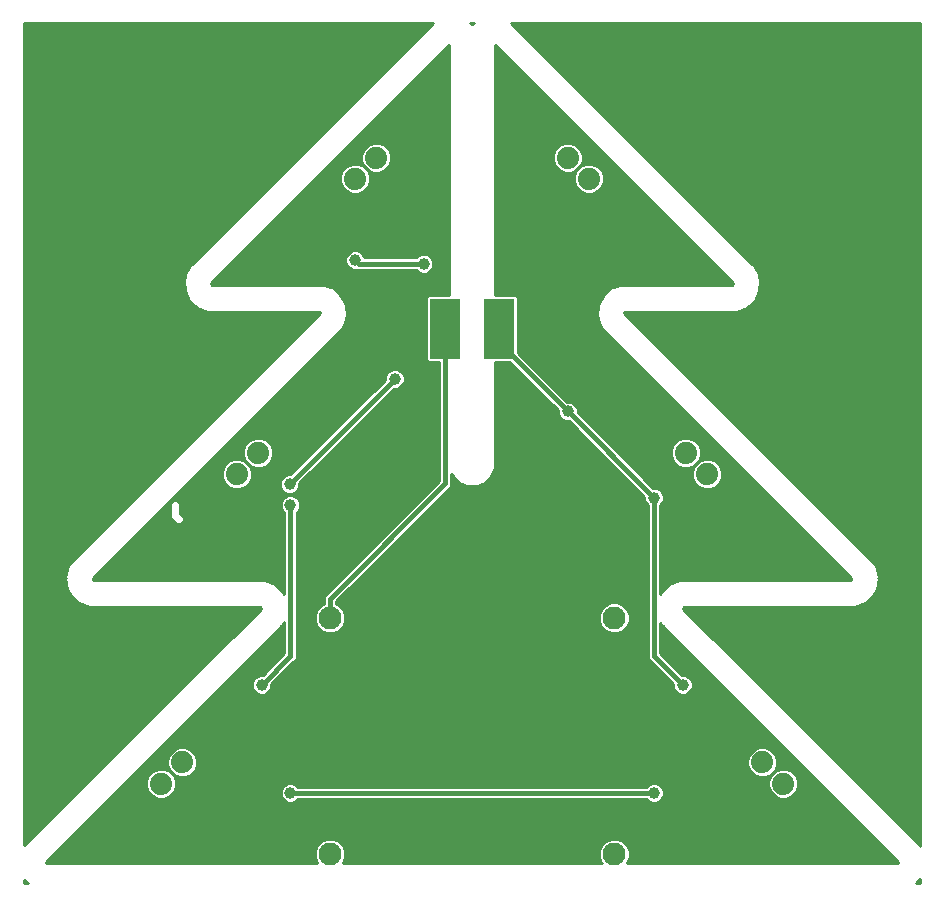
<source format=gtl>
G75*
G70*
%OFA0B0*%
%FSLAX24Y24*%
%IPPOS*%
%LPD*%
%AMOC8*
5,1,8,0,0,1.08239X$1,22.5*
%
%ADD10C,0.0740*%
%ADD11R,0.1000X0.2000*%
%ADD12C,0.0768*%
%ADD13C,0.0396*%
%ADD14C,0.0160*%
%ADD15C,0.0100*%
D10*
X004721Y005403D03*
X005428Y006110D03*
X007250Y015718D03*
X007957Y016425D03*
X011187Y025561D03*
X011894Y026268D03*
X018273Y026268D03*
X018980Y025561D03*
X022210Y016425D03*
X022917Y015718D03*
X024759Y006110D03*
X025466Y005403D03*
D11*
X015990Y020570D03*
X014190Y020570D03*
D12*
X010350Y010924D03*
X010350Y003050D03*
X019830Y003050D03*
X019830Y010924D03*
D13*
X022110Y008690D03*
X021150Y005090D03*
X021150Y014930D03*
X018273Y017807D03*
X013470Y022730D03*
X011187Y022850D03*
X012510Y018890D03*
X009001Y015381D03*
X009030Y014690D03*
X008070Y008690D03*
X009030Y005090D03*
D14*
X021150Y005090D01*
X022110Y008690D02*
X021150Y009650D01*
X021150Y014930D01*
X018273Y017807D01*
X016470Y019610D01*
X015990Y020090D01*
X015990Y020570D01*
X014190Y020570D02*
X014190Y015410D01*
X010350Y011570D01*
X010350Y010924D01*
X009030Y009650D02*
X009030Y014690D01*
X009001Y015381D02*
X012510Y018890D01*
X013470Y022730D02*
X011307Y022730D01*
X011187Y022850D01*
X009030Y009650D02*
X008070Y008690D01*
D15*
X000274Y002090D02*
X000150Y002090D01*
X000150Y002202D01*
X000274Y002090D01*
X000266Y002097D02*
X000150Y002097D01*
X000150Y002196D02*
X000158Y002196D01*
X000877Y002759D02*
X000870Y002773D01*
X000868Y002788D01*
X000871Y002798D01*
X008669Y010595D01*
X008697Y010612D01*
X008731Y010658D01*
X008772Y010699D01*
X008785Y010729D01*
X008820Y010776D01*
X008820Y009737D01*
X008101Y009018D01*
X008005Y009018D01*
X007884Y008968D01*
X007792Y008876D01*
X007742Y008755D01*
X007742Y008625D01*
X007792Y008504D01*
X007884Y008412D01*
X008005Y008362D01*
X008135Y008362D01*
X008256Y008412D01*
X008348Y008504D01*
X008398Y008625D01*
X008398Y008721D01*
X009117Y009440D01*
X009240Y009563D01*
X009240Y014436D01*
X009308Y014504D01*
X009358Y014625D01*
X009358Y014755D01*
X009308Y014876D01*
X009216Y014968D01*
X009095Y015018D01*
X008965Y015018D01*
X008844Y014968D01*
X008752Y014876D01*
X008702Y014755D01*
X008702Y014625D01*
X008752Y014504D01*
X008820Y014436D01*
X008820Y011709D01*
X008761Y011828D01*
X008501Y012064D01*
X008501Y012064D01*
X008173Y012191D01*
X002485Y012191D01*
X002477Y012192D01*
X002463Y012197D01*
X002452Y012208D01*
X002445Y012222D01*
X002443Y012237D01*
X002446Y012246D01*
X010637Y020438D01*
X010665Y020455D01*
X010700Y020501D01*
X010741Y020541D01*
X010753Y020572D01*
X010825Y020667D01*
X010920Y021005D01*
X010920Y021005D01*
X010887Y021355D01*
X010887Y021355D01*
X010729Y021670D01*
X010469Y021907D01*
X010141Y022034D01*
X006422Y022034D01*
X006414Y022034D01*
X006400Y022040D01*
X006389Y022050D01*
X006382Y022064D01*
X006380Y022079D01*
X006383Y022089D01*
X014319Y030025D01*
X014319Y021700D01*
X013636Y021700D01*
X013560Y021624D01*
X013560Y019516D01*
X013636Y019440D01*
X013980Y019440D01*
X013980Y015497D01*
X010140Y011657D01*
X010140Y011393D01*
X010059Y011360D01*
X009914Y011215D01*
X009836Y011026D01*
X009836Y010822D01*
X009914Y010633D01*
X010059Y010488D01*
X010248Y010410D01*
X010452Y010410D01*
X010641Y010488D01*
X010786Y010633D01*
X010864Y010822D01*
X010864Y011026D01*
X010786Y011215D01*
X010641Y011360D01*
X010560Y011393D01*
X010560Y011483D01*
X014277Y015200D01*
X014400Y015323D01*
X014400Y015723D01*
X014435Y015638D01*
X014650Y015423D01*
X014931Y015307D01*
X015236Y015307D01*
X015517Y015423D01*
X015732Y015638D01*
X015732Y015638D01*
X015849Y015920D01*
X015849Y019440D01*
X016343Y019440D01*
X016383Y019400D01*
X017945Y017838D01*
X017945Y017741D01*
X017995Y017621D01*
X018087Y017529D01*
X018208Y017479D01*
X018304Y017479D01*
X020822Y014961D01*
X020822Y014865D01*
X020872Y014744D01*
X020940Y014676D01*
X020940Y009563D01*
X021063Y009440D01*
X021782Y008721D01*
X021782Y008625D01*
X021832Y008504D01*
X021924Y008412D01*
X022045Y008362D01*
X022175Y008362D01*
X022296Y008412D01*
X022388Y008504D01*
X022438Y008625D01*
X022438Y008755D01*
X022388Y008876D01*
X022296Y008968D01*
X022175Y009018D01*
X022079Y009018D01*
X021360Y009737D01*
X021360Y010759D01*
X021382Y010729D01*
X021395Y010699D01*
X021436Y010658D01*
X021470Y010612D01*
X021498Y010595D01*
X029296Y002798D01*
X029299Y002788D01*
X029297Y002773D01*
X029290Y002759D01*
X029279Y002748D01*
X029265Y002743D01*
X029257Y002742D01*
X020249Y002742D01*
X020266Y002759D01*
X020344Y002948D01*
X020344Y003152D01*
X020266Y003341D01*
X020121Y003486D01*
X019932Y003564D01*
X019728Y003564D01*
X019539Y003486D01*
X019394Y003341D01*
X019316Y003152D01*
X019316Y002948D01*
X019394Y002759D01*
X019411Y002742D01*
X010769Y002742D01*
X010786Y002759D01*
X010864Y002948D01*
X010864Y003152D01*
X010786Y003341D01*
X010641Y003486D01*
X010452Y003564D01*
X010248Y003564D01*
X010059Y003486D01*
X009914Y003341D01*
X009836Y003152D01*
X009836Y002948D01*
X009914Y002759D01*
X009931Y002742D01*
X000910Y002742D01*
X000903Y002743D01*
X000888Y002748D01*
X000888Y002748D01*
X000877Y002759D01*
X000869Y002787D02*
X009903Y002787D01*
X009862Y002885D02*
X000958Y002885D01*
X001057Y002984D02*
X009836Y002984D01*
X009836Y003082D02*
X001155Y003082D01*
X001254Y003181D02*
X009848Y003181D01*
X009889Y003279D02*
X001352Y003279D01*
X001451Y003378D02*
X009951Y003378D01*
X010049Y003476D02*
X001549Y003476D01*
X001648Y003575D02*
X028519Y003575D01*
X028421Y003673D02*
X001746Y003673D01*
X001845Y003772D02*
X028322Y003772D01*
X028224Y003870D02*
X001943Y003870D01*
X002042Y003969D02*
X028125Y003969D01*
X028027Y004067D02*
X002140Y004067D01*
X002239Y004166D02*
X027928Y004166D01*
X027830Y004264D02*
X002337Y004264D01*
X002436Y004363D02*
X027731Y004363D01*
X027633Y004461D02*
X002534Y004461D01*
X002633Y004560D02*
X027534Y004560D01*
X027436Y004658D02*
X002731Y004658D01*
X002830Y004757D02*
X027337Y004757D01*
X027239Y004855D02*
X021379Y004855D01*
X021336Y004812D02*
X021428Y004904D01*
X021478Y005025D01*
X021478Y005155D01*
X021428Y005276D01*
X021336Y005368D01*
X021215Y005418D01*
X021085Y005418D01*
X020964Y005368D01*
X020896Y005300D01*
X009284Y005300D01*
X009216Y005368D01*
X009095Y005418D01*
X008965Y005418D01*
X008844Y005368D01*
X008752Y005276D01*
X008702Y005155D01*
X008702Y005025D01*
X008752Y004904D01*
X008844Y004812D01*
X008965Y004762D01*
X009095Y004762D01*
X009216Y004812D01*
X009284Y004880D01*
X020896Y004880D01*
X020964Y004812D01*
X021085Y004762D01*
X021215Y004762D01*
X021336Y004812D01*
X021449Y004954D02*
X025245Y004954D01*
X025183Y004979D02*
X025366Y004903D01*
X025565Y004903D01*
X025749Y004979D01*
X025890Y005120D01*
X025966Y005304D01*
X025966Y005503D01*
X025890Y005686D01*
X025749Y005827D01*
X025565Y005903D01*
X025366Y005903D01*
X025183Y005827D01*
X025042Y005686D01*
X024966Y005503D01*
X024966Y005304D01*
X025042Y005120D01*
X025183Y004979D01*
X025110Y005052D02*
X021478Y005052D01*
X021478Y005151D02*
X025029Y005151D01*
X024989Y005249D02*
X021439Y005249D01*
X021357Y005348D02*
X024966Y005348D01*
X024966Y005446D02*
X005221Y005446D01*
X005221Y005503D02*
X005145Y005686D01*
X005004Y005827D01*
X004821Y005903D01*
X004622Y005903D01*
X004438Y005827D01*
X004297Y005686D01*
X004221Y005503D01*
X004221Y005304D01*
X004297Y005120D01*
X004438Y004979D01*
X004622Y004903D01*
X004821Y004903D01*
X005004Y004979D01*
X005145Y005120D01*
X005221Y005304D01*
X005221Y005503D01*
X005204Y005545D02*
X024983Y005545D01*
X025024Y005643D02*
X024937Y005643D01*
X024858Y005610D02*
X025042Y005686D01*
X025183Y005827D01*
X025259Y006011D01*
X025259Y006210D01*
X025183Y006394D01*
X025042Y006534D01*
X024858Y006610D01*
X024659Y006610D01*
X024476Y006534D01*
X024335Y006394D01*
X024259Y006210D01*
X024259Y006011D01*
X024335Y005827D01*
X024476Y005686D01*
X024659Y005610D01*
X024858Y005610D01*
X025097Y005742D02*
X025097Y005742D01*
X025188Y005840D02*
X025214Y005840D01*
X025229Y005939D02*
X026155Y005939D01*
X026057Y006037D02*
X025259Y006037D01*
X025259Y006136D02*
X025958Y006136D01*
X025860Y006234D02*
X025249Y006234D01*
X025208Y006333D02*
X025761Y006333D01*
X025663Y006431D02*
X025145Y006431D01*
X025047Y006530D02*
X025564Y006530D01*
X025466Y006628D02*
X004701Y006628D01*
X004603Y006530D02*
X005140Y006530D01*
X005145Y006534D02*
X005004Y006394D01*
X004928Y006210D01*
X004928Y006011D01*
X005004Y005827D01*
X005145Y005686D01*
X005329Y005610D01*
X005528Y005610D01*
X005712Y005686D01*
X005852Y005827D01*
X005928Y006011D01*
X005928Y006210D01*
X005852Y006394D01*
X005712Y006534D01*
X005528Y006610D01*
X005329Y006610D01*
X005145Y006534D01*
X005042Y006431D02*
X004504Y006431D01*
X004406Y006333D02*
X004979Y006333D01*
X004938Y006234D02*
X004307Y006234D01*
X004209Y006136D02*
X004928Y006136D01*
X004928Y006037D02*
X004110Y006037D01*
X004012Y005939D02*
X004958Y005939D01*
X004973Y005840D02*
X004999Y005840D01*
X005090Y005742D02*
X005090Y005742D01*
X005163Y005643D02*
X005250Y005643D01*
X005221Y005348D02*
X008823Y005348D01*
X008741Y005249D02*
X005199Y005249D01*
X005158Y005151D02*
X008702Y005151D01*
X008702Y005052D02*
X005077Y005052D01*
X004942Y004954D02*
X008731Y004954D01*
X008801Y004855D02*
X002928Y004855D01*
X003027Y004954D02*
X004500Y004954D01*
X004365Y005052D02*
X003125Y005052D01*
X003224Y005151D02*
X004285Y005151D01*
X004244Y005249D02*
X003322Y005249D01*
X003421Y005348D02*
X004221Y005348D01*
X004221Y005446D02*
X003519Y005446D01*
X003618Y005545D02*
X004239Y005545D01*
X004279Y005643D02*
X003716Y005643D01*
X003815Y005742D02*
X004352Y005742D01*
X004469Y005840D02*
X003913Y005840D01*
X003232Y006431D02*
X000150Y006431D01*
X000150Y006333D02*
X003133Y006333D01*
X003035Y006234D02*
X000150Y006234D01*
X000150Y006136D02*
X002936Y006136D01*
X002838Y006037D02*
X000150Y006037D01*
X000150Y005939D02*
X002739Y005939D01*
X002641Y005840D02*
X000150Y005840D01*
X000150Y005742D02*
X002542Y005742D01*
X002444Y005643D02*
X000150Y005643D01*
X000150Y005545D02*
X002345Y005545D01*
X002247Y005446D02*
X000150Y005446D01*
X000150Y005348D02*
X002148Y005348D01*
X002050Y005249D02*
X000150Y005249D01*
X000150Y005151D02*
X001951Y005151D01*
X001853Y005052D02*
X000150Y005052D01*
X000150Y004954D02*
X001754Y004954D01*
X001656Y004855D02*
X000150Y004855D01*
X000150Y004757D02*
X001557Y004757D01*
X001459Y004658D02*
X000150Y004658D01*
X000150Y004560D02*
X001360Y004560D01*
X001262Y004461D02*
X000150Y004461D01*
X000150Y004363D02*
X001163Y004363D01*
X001065Y004264D02*
X000150Y004264D01*
X000150Y004166D02*
X000966Y004166D01*
X000868Y004067D02*
X000150Y004067D01*
X000150Y003969D02*
X000769Y003969D01*
X000671Y003870D02*
X000150Y003870D01*
X000150Y003772D02*
X000572Y003772D01*
X000474Y003673D02*
X000150Y003673D01*
X000150Y003575D02*
X000375Y003575D01*
X000277Y003476D02*
X000150Y003476D01*
X000210Y003421D02*
X000176Y003375D01*
X000150Y003349D01*
X000150Y030770D01*
X013791Y030770D01*
X005750Y022729D01*
X005722Y022713D01*
X005688Y022667D01*
X005647Y022626D01*
X005634Y022596D01*
X005563Y022500D01*
X005468Y022162D01*
X005468Y022162D01*
X005501Y021812D01*
X005501Y021812D01*
X005658Y021497D01*
X005918Y021260D01*
X005918Y021260D01*
X006246Y021134D01*
X009965Y021134D01*
X009973Y021133D01*
X009988Y021127D01*
X009999Y021117D01*
X010006Y021103D01*
X010007Y021088D01*
X010005Y021078D01*
X001813Y012887D01*
X001785Y012870D01*
X001751Y012824D01*
X001710Y012783D01*
X001697Y012753D01*
X001626Y012658D01*
X001626Y012658D01*
X001531Y012319D01*
X001564Y011969D01*
X001721Y011655D01*
X001721Y011655D01*
X001981Y011418D01*
X001981Y011418D01*
X002309Y011291D01*
X007997Y011291D01*
X008005Y011290D01*
X008019Y011285D01*
X008031Y011274D01*
X008037Y011261D01*
X008039Y011245D01*
X008036Y011236D01*
X000239Y003438D01*
X000210Y003421D01*
X000178Y003378D02*
X000150Y003378D01*
X000150Y006530D02*
X003330Y006530D01*
X003429Y006628D02*
X000150Y006628D01*
X000150Y006727D02*
X003527Y006727D01*
X003626Y006825D02*
X000150Y006825D01*
X000150Y006924D02*
X003724Y006924D01*
X003823Y007022D02*
X000150Y007022D01*
X000150Y007121D02*
X003921Y007121D01*
X004020Y007219D02*
X000150Y007219D01*
X000150Y007318D02*
X004118Y007318D01*
X004217Y007416D02*
X000150Y007416D01*
X000150Y007515D02*
X004315Y007515D01*
X004414Y007613D02*
X000150Y007613D01*
X000150Y007712D02*
X004512Y007712D01*
X004611Y007810D02*
X000150Y007810D01*
X000150Y007909D02*
X004709Y007909D01*
X004808Y008007D02*
X000150Y008007D01*
X000150Y008106D02*
X004906Y008106D01*
X005005Y008204D02*
X000150Y008204D01*
X000150Y008303D02*
X005103Y008303D01*
X005202Y008401D02*
X000150Y008401D01*
X000150Y008500D02*
X005300Y008500D01*
X005399Y008598D02*
X000150Y008598D01*
X000150Y008697D02*
X005497Y008697D01*
X005596Y008795D02*
X000150Y008795D01*
X000150Y008894D02*
X005694Y008894D01*
X005793Y008992D02*
X000150Y008992D01*
X000150Y009091D02*
X005891Y009091D01*
X005990Y009189D02*
X000150Y009189D01*
X000150Y009288D02*
X006088Y009288D01*
X006187Y009386D02*
X000150Y009386D01*
X000150Y009485D02*
X006285Y009485D01*
X006384Y009583D02*
X000150Y009583D01*
X000150Y009682D02*
X006482Y009682D01*
X006581Y009780D02*
X000150Y009780D01*
X000150Y009879D02*
X006679Y009879D01*
X006778Y009977D02*
X000150Y009977D01*
X000150Y010076D02*
X006876Y010076D01*
X006975Y010174D02*
X000150Y010174D01*
X000150Y010273D02*
X007073Y010273D01*
X007172Y010371D02*
X000150Y010371D01*
X000150Y010470D02*
X007270Y010470D01*
X007369Y010568D02*
X000150Y010568D01*
X000150Y010667D02*
X007467Y010667D01*
X007566Y010765D02*
X000150Y010765D01*
X000150Y010864D02*
X007664Y010864D01*
X007763Y010962D02*
X000150Y010962D01*
X000150Y011061D02*
X007861Y011061D01*
X007960Y011159D02*
X000150Y011159D01*
X000150Y011258D02*
X008038Y011258D01*
X008630Y011947D02*
X008820Y011947D01*
X008820Y011849D02*
X008738Y011849D01*
X008761Y011828D02*
X008761Y011828D01*
X008800Y011750D02*
X008820Y011750D01*
X008820Y012046D02*
X008521Y012046D01*
X008294Y012144D02*
X008820Y012144D01*
X008820Y012243D02*
X002445Y012243D01*
X002540Y012341D02*
X008820Y012341D01*
X008820Y012440D02*
X002639Y012440D01*
X002737Y012538D02*
X008820Y012538D01*
X008820Y012637D02*
X002836Y012637D01*
X002934Y012735D02*
X008820Y012735D01*
X008820Y012834D02*
X003033Y012834D01*
X003131Y012932D02*
X008820Y012932D01*
X008820Y013031D02*
X003230Y013031D01*
X003328Y013129D02*
X008820Y013129D01*
X008820Y013228D02*
X003427Y013228D01*
X003525Y013326D02*
X008820Y013326D01*
X008820Y013425D02*
X003624Y013425D01*
X003722Y013523D02*
X008820Y013523D01*
X008820Y013622D02*
X003821Y013622D01*
X003919Y013720D02*
X008820Y013720D01*
X008820Y013819D02*
X004018Y013819D01*
X004116Y013917D02*
X008820Y013917D01*
X008820Y014016D02*
X004215Y014016D01*
X004313Y014114D02*
X005180Y014114D01*
X005244Y014050D02*
X005376Y014050D01*
X005470Y014144D01*
X005470Y014276D01*
X005350Y014396D01*
X005350Y014756D01*
X005256Y014850D01*
X005124Y014850D01*
X005030Y014756D01*
X005030Y014264D01*
X005244Y014050D01*
X005440Y014114D02*
X008820Y014114D01*
X008820Y014213D02*
X005470Y014213D01*
X005435Y014311D02*
X008820Y014311D01*
X008820Y014410D02*
X005350Y014410D01*
X005350Y014508D02*
X008750Y014508D01*
X008709Y014607D02*
X005350Y014607D01*
X005350Y014705D02*
X008702Y014705D01*
X008722Y014804D02*
X005303Y014804D01*
X005200Y015001D02*
X008922Y015001D01*
X008936Y015053D02*
X009066Y015053D01*
X009187Y015103D01*
X009279Y015195D01*
X009329Y015316D01*
X009329Y015412D01*
X012479Y018562D01*
X012575Y018562D01*
X012696Y018612D01*
X012788Y018704D01*
X012838Y018825D01*
X012838Y018955D01*
X012788Y019076D01*
X012696Y019168D01*
X012575Y019218D01*
X012445Y019218D01*
X012324Y019168D01*
X012232Y019076D01*
X012182Y018955D01*
X012182Y018859D01*
X009032Y015709D01*
X008936Y015709D01*
X008815Y015659D01*
X008723Y015567D01*
X008673Y015446D01*
X008673Y015316D01*
X008723Y015195D01*
X008815Y015103D01*
X008936Y015053D01*
X008824Y015099D02*
X005298Y015099D01*
X005397Y015198D02*
X008722Y015198D01*
X008681Y015296D02*
X007535Y015296D01*
X007533Y015294D02*
X007674Y015435D01*
X007750Y015619D01*
X007750Y015818D01*
X007674Y016001D01*
X007857Y015925D01*
X008056Y015925D01*
X008240Y016001D01*
X008381Y016142D01*
X008457Y016326D01*
X008457Y016525D01*
X008381Y016709D01*
X008240Y016849D01*
X008056Y016925D01*
X007857Y016925D01*
X007674Y016849D01*
X007533Y016709D01*
X007457Y016525D01*
X007457Y016326D01*
X007533Y016142D01*
X007674Y016001D01*
X007533Y016142D01*
X007349Y016218D01*
X007150Y016218D01*
X006966Y016142D01*
X006826Y016001D01*
X006750Y015818D01*
X006750Y015619D01*
X006826Y015435D01*
X006966Y015294D01*
X007150Y015218D01*
X007349Y015218D01*
X007533Y015294D01*
X007633Y015395D02*
X008673Y015395D01*
X008692Y015493D02*
X007698Y015493D01*
X007738Y015592D02*
X008748Y015592D01*
X008890Y015690D02*
X007750Y015690D01*
X007750Y015789D02*
X009112Y015789D01*
X009210Y015887D02*
X007721Y015887D01*
X007712Y015986D02*
X007680Y015986D01*
X007591Y016084D02*
X007591Y016084D01*
X007516Y016183D02*
X007435Y016183D01*
X007475Y016281D02*
X006480Y016281D01*
X006382Y016183D02*
X007064Y016183D01*
X006908Y016084D02*
X006283Y016084D01*
X006185Y015986D02*
X006819Y015986D01*
X006778Y015887D02*
X006086Y015887D01*
X005988Y015789D02*
X006750Y015789D01*
X006750Y015690D02*
X005889Y015690D01*
X005791Y015592D02*
X006761Y015592D01*
X006802Y015493D02*
X005692Y015493D01*
X005594Y015395D02*
X006866Y015395D01*
X006965Y015296D02*
X005495Y015296D01*
X005101Y014902D02*
X008778Y014902D01*
X009138Y015001D02*
X013484Y015001D01*
X013582Y015099D02*
X009178Y015099D01*
X009280Y015198D02*
X013681Y015198D01*
X013779Y015296D02*
X009321Y015296D01*
X009329Y015395D02*
X013878Y015395D01*
X013976Y015493D02*
X009410Y015493D01*
X009509Y015592D02*
X013980Y015592D01*
X013980Y015690D02*
X009607Y015690D01*
X009706Y015789D02*
X013980Y015789D01*
X013980Y015887D02*
X009804Y015887D01*
X009903Y015986D02*
X013980Y015986D01*
X013980Y016084D02*
X010001Y016084D01*
X010100Y016183D02*
X013980Y016183D01*
X013980Y016281D02*
X010198Y016281D01*
X010297Y016380D02*
X013980Y016380D01*
X013980Y016478D02*
X010395Y016478D01*
X010494Y016577D02*
X013980Y016577D01*
X013980Y016675D02*
X010592Y016675D01*
X010691Y016774D02*
X013980Y016774D01*
X013980Y016872D02*
X010789Y016872D01*
X010888Y016971D02*
X013980Y016971D01*
X013980Y017069D02*
X010986Y017069D01*
X011085Y017168D02*
X013980Y017168D01*
X013980Y017266D02*
X011183Y017266D01*
X011282Y017365D02*
X013980Y017365D01*
X013980Y017463D02*
X011380Y017463D01*
X011479Y017562D02*
X013980Y017562D01*
X013980Y017660D02*
X011577Y017660D01*
X011676Y017759D02*
X013980Y017759D01*
X013980Y017857D02*
X011774Y017857D01*
X011873Y017956D02*
X013980Y017956D01*
X013980Y018054D02*
X011971Y018054D01*
X012070Y018153D02*
X013980Y018153D01*
X013980Y018251D02*
X012168Y018251D01*
X012267Y018350D02*
X013980Y018350D01*
X013980Y018448D02*
X012365Y018448D01*
X012464Y018547D02*
X013980Y018547D01*
X013980Y018645D02*
X012729Y018645D01*
X012804Y018744D02*
X013980Y018744D01*
X013980Y018842D02*
X012838Y018842D01*
X012838Y018941D02*
X013980Y018941D01*
X013980Y019039D02*
X012803Y019039D01*
X012726Y019138D02*
X013980Y019138D01*
X013980Y019236D02*
X009435Y019236D01*
X009337Y019138D02*
X012294Y019138D01*
X012217Y019039D02*
X009238Y019039D01*
X009140Y018941D02*
X012182Y018941D01*
X012165Y018842D02*
X009041Y018842D01*
X008943Y018744D02*
X012067Y018744D01*
X011968Y018645D02*
X008844Y018645D01*
X008746Y018547D02*
X011870Y018547D01*
X011771Y018448D02*
X008647Y018448D01*
X008549Y018350D02*
X011673Y018350D01*
X011574Y018251D02*
X008450Y018251D01*
X008352Y018153D02*
X011476Y018153D01*
X011377Y018054D02*
X008253Y018054D01*
X008155Y017956D02*
X011279Y017956D01*
X011180Y017857D02*
X008056Y017857D01*
X007958Y017759D02*
X011082Y017759D01*
X010983Y017660D02*
X007859Y017660D01*
X007761Y017562D02*
X010885Y017562D01*
X010786Y017463D02*
X007662Y017463D01*
X007564Y017365D02*
X010688Y017365D01*
X010589Y017266D02*
X007465Y017266D01*
X007367Y017168D02*
X010491Y017168D01*
X010392Y017069D02*
X007268Y017069D01*
X007170Y016971D02*
X010294Y016971D01*
X010195Y016872D02*
X008185Y016872D01*
X008316Y016774D02*
X010097Y016774D01*
X009998Y016675D02*
X008395Y016675D01*
X008435Y016577D02*
X009900Y016577D01*
X009801Y016478D02*
X008457Y016478D01*
X008457Y016380D02*
X009703Y016380D01*
X009604Y016281D02*
X008438Y016281D01*
X008397Y016183D02*
X009506Y016183D01*
X009407Y016084D02*
X008323Y016084D01*
X008202Y015986D02*
X009309Y015986D01*
X009282Y014902D02*
X013385Y014902D01*
X013287Y014804D02*
X009338Y014804D01*
X009358Y014705D02*
X013188Y014705D01*
X013090Y014607D02*
X009351Y014607D01*
X009310Y014508D02*
X012991Y014508D01*
X012893Y014410D02*
X009240Y014410D01*
X009240Y014311D02*
X012794Y014311D01*
X012696Y014213D02*
X009240Y014213D01*
X009240Y014114D02*
X012597Y014114D01*
X012499Y014016D02*
X009240Y014016D01*
X009240Y013917D02*
X012400Y013917D01*
X012302Y013819D02*
X009240Y013819D01*
X009240Y013720D02*
X012203Y013720D01*
X012105Y013622D02*
X009240Y013622D01*
X009240Y013523D02*
X012006Y013523D01*
X011908Y013425D02*
X009240Y013425D01*
X009240Y013326D02*
X011809Y013326D01*
X011711Y013228D02*
X009240Y013228D01*
X009240Y013129D02*
X011612Y013129D01*
X011514Y013031D02*
X009240Y013031D01*
X009240Y012932D02*
X011415Y012932D01*
X011317Y012834D02*
X009240Y012834D01*
X009240Y012735D02*
X011218Y012735D01*
X011120Y012637D02*
X009240Y012637D01*
X009240Y012538D02*
X011021Y012538D01*
X010923Y012440D02*
X009240Y012440D01*
X009240Y012341D02*
X010824Y012341D01*
X010726Y012243D02*
X009240Y012243D01*
X009240Y012144D02*
X010627Y012144D01*
X010529Y012046D02*
X009240Y012046D01*
X009240Y011947D02*
X010430Y011947D01*
X010332Y011849D02*
X009240Y011849D01*
X009240Y011750D02*
X010233Y011750D01*
X010140Y011652D02*
X009240Y011652D01*
X009240Y011553D02*
X010140Y011553D01*
X010140Y011455D02*
X009240Y011455D01*
X009240Y011356D02*
X010055Y011356D01*
X009957Y011258D02*
X009240Y011258D01*
X009240Y011159D02*
X009891Y011159D01*
X009850Y011061D02*
X009240Y011061D01*
X009240Y010962D02*
X009836Y010962D01*
X009836Y010864D02*
X009240Y010864D01*
X009240Y010765D02*
X009860Y010765D01*
X009900Y010667D02*
X009240Y010667D01*
X009240Y010568D02*
X009979Y010568D01*
X010104Y010470D02*
X009240Y010470D01*
X009240Y010371D02*
X020940Y010371D01*
X020940Y010273D02*
X009240Y010273D01*
X009240Y010174D02*
X020940Y010174D01*
X020940Y010076D02*
X009240Y010076D01*
X009240Y009977D02*
X020940Y009977D01*
X020940Y009879D02*
X009240Y009879D01*
X009240Y009780D02*
X020940Y009780D01*
X020940Y009682D02*
X009240Y009682D01*
X009240Y009583D02*
X020940Y009583D01*
X021018Y009485D02*
X009162Y009485D01*
X009063Y009386D02*
X021117Y009386D01*
X021215Y009288D02*
X008965Y009288D01*
X008866Y009189D02*
X021314Y009189D01*
X021412Y009091D02*
X008768Y009091D01*
X008669Y008992D02*
X021511Y008992D01*
X021609Y008894D02*
X008571Y008894D01*
X008472Y008795D02*
X021708Y008795D01*
X021782Y008697D02*
X008398Y008697D01*
X008387Y008598D02*
X021793Y008598D01*
X021836Y008500D02*
X008344Y008500D01*
X008230Y008401D02*
X021950Y008401D01*
X022270Y008401D02*
X023693Y008401D01*
X023791Y008303D02*
X006376Y008303D01*
X006474Y008401D02*
X007910Y008401D01*
X007796Y008500D02*
X006573Y008500D01*
X006671Y008598D02*
X007753Y008598D01*
X007742Y008697D02*
X006770Y008697D01*
X006868Y008795D02*
X007758Y008795D01*
X007810Y008894D02*
X006967Y008894D01*
X007065Y008992D02*
X007942Y008992D01*
X008174Y009091D02*
X007164Y009091D01*
X007262Y009189D02*
X008272Y009189D01*
X008371Y009288D02*
X007361Y009288D01*
X007459Y009386D02*
X008469Y009386D01*
X008568Y009485D02*
X007558Y009485D01*
X007656Y009583D02*
X008666Y009583D01*
X008765Y009682D02*
X007755Y009682D01*
X007853Y009780D02*
X008820Y009780D01*
X008820Y009879D02*
X007952Y009879D01*
X008050Y009977D02*
X008820Y009977D01*
X008820Y010076D02*
X008149Y010076D01*
X008247Y010174D02*
X008820Y010174D01*
X008820Y010273D02*
X008346Y010273D01*
X008444Y010371D02*
X008820Y010371D01*
X008820Y010470D02*
X008543Y010470D01*
X008641Y010568D02*
X008820Y010568D01*
X008820Y010667D02*
X008740Y010667D01*
X008812Y010765D02*
X008820Y010765D01*
X010560Y011455D02*
X020940Y011455D01*
X020940Y011553D02*
X010630Y011553D01*
X010729Y011652D02*
X020940Y011652D01*
X020940Y011750D02*
X010827Y011750D01*
X010926Y011849D02*
X020940Y011849D01*
X020940Y011947D02*
X011024Y011947D01*
X011123Y012046D02*
X020940Y012046D01*
X020940Y012144D02*
X011221Y012144D01*
X011320Y012243D02*
X020940Y012243D01*
X020940Y012341D02*
X011418Y012341D01*
X011517Y012440D02*
X020940Y012440D01*
X020940Y012538D02*
X011615Y012538D01*
X011714Y012637D02*
X020940Y012637D01*
X020940Y012735D02*
X011812Y012735D01*
X011911Y012834D02*
X020940Y012834D01*
X020940Y012932D02*
X012009Y012932D01*
X012108Y013031D02*
X020940Y013031D01*
X020940Y013129D02*
X012206Y013129D01*
X012305Y013228D02*
X020940Y013228D01*
X020940Y013326D02*
X012403Y013326D01*
X012502Y013425D02*
X020940Y013425D01*
X020940Y013523D02*
X012600Y013523D01*
X012699Y013622D02*
X020940Y013622D01*
X020940Y013720D02*
X012797Y013720D01*
X012896Y013819D02*
X020940Y013819D01*
X020940Y013917D02*
X012994Y013917D01*
X013093Y014016D02*
X020940Y014016D01*
X020940Y014114D02*
X013191Y014114D01*
X013290Y014213D02*
X020940Y014213D01*
X020940Y014311D02*
X013388Y014311D01*
X013487Y014410D02*
X020940Y014410D01*
X020940Y014508D02*
X013585Y014508D01*
X013684Y014607D02*
X020940Y014607D01*
X020911Y014705D02*
X013782Y014705D01*
X013881Y014804D02*
X020847Y014804D01*
X020822Y014902D02*
X013979Y014902D01*
X014078Y015001D02*
X020782Y015001D01*
X020684Y015099D02*
X014176Y015099D01*
X014275Y015198D02*
X020585Y015198D01*
X020487Y015296D02*
X014373Y015296D01*
X014400Y015395D02*
X014719Y015395D01*
X014650Y015423D02*
X014650Y015423D01*
X014580Y015493D02*
X014400Y015493D01*
X014400Y015592D02*
X014482Y015592D01*
X014435Y015638D02*
X014435Y015638D01*
X014414Y015690D02*
X014400Y015690D01*
X015448Y015395D02*
X020388Y015395D01*
X020290Y015493D02*
X015587Y015493D01*
X015517Y015423D02*
X015517Y015423D01*
X015685Y015592D02*
X020191Y015592D01*
X020093Y015690D02*
X015753Y015690D01*
X015794Y015789D02*
X019994Y015789D01*
X019896Y015887D02*
X015835Y015887D01*
X015849Y015986D02*
X019797Y015986D01*
X019699Y016084D02*
X015849Y016084D01*
X015849Y016183D02*
X019600Y016183D01*
X019502Y016281D02*
X015849Y016281D01*
X015849Y016380D02*
X019403Y016380D01*
X019305Y016478D02*
X015849Y016478D01*
X015849Y016577D02*
X019206Y016577D01*
X019108Y016675D02*
X015849Y016675D01*
X015849Y016774D02*
X019009Y016774D01*
X018911Y016872D02*
X015849Y016872D01*
X015849Y016971D02*
X018812Y016971D01*
X018714Y017069D02*
X015849Y017069D01*
X015849Y017168D02*
X018615Y017168D01*
X018517Y017266D02*
X015849Y017266D01*
X015849Y017365D02*
X018418Y017365D01*
X018320Y017463D02*
X015849Y017463D01*
X015849Y017562D02*
X018054Y017562D01*
X017979Y017660D02*
X015849Y017660D01*
X015849Y017759D02*
X017945Y017759D01*
X017926Y017857D02*
X015849Y017857D01*
X015849Y017956D02*
X017827Y017956D01*
X017729Y018054D02*
X015849Y018054D01*
X015849Y018153D02*
X017630Y018153D01*
X017532Y018251D02*
X015849Y018251D01*
X015849Y018350D02*
X017433Y018350D01*
X017335Y018448D02*
X015849Y018448D01*
X015849Y018547D02*
X017236Y018547D01*
X017138Y018645D02*
X015849Y018645D01*
X015849Y018744D02*
X017039Y018744D01*
X016941Y018842D02*
X015849Y018842D01*
X015849Y018941D02*
X016842Y018941D01*
X016744Y019039D02*
X015849Y019039D01*
X015849Y019138D02*
X016645Y019138D01*
X016547Y019236D02*
X015849Y019236D01*
X015849Y019335D02*
X016448Y019335D01*
X016350Y019433D02*
X015849Y019433D01*
X016620Y019757D02*
X016620Y021624D01*
X016544Y021700D01*
X015849Y021700D01*
X015849Y030025D01*
X023784Y022089D01*
X023787Y022079D01*
X023785Y022064D01*
X023779Y022050D01*
X023767Y022040D01*
X023753Y022034D01*
X023745Y022034D01*
X020026Y022034D01*
X019698Y021907D01*
X019438Y021670D01*
X019280Y021355D01*
X019247Y021005D01*
X019342Y020667D01*
X019342Y020667D01*
X019414Y020572D01*
X019426Y020541D01*
X019467Y020501D01*
X019502Y020455D01*
X019530Y020438D01*
X027721Y012246D01*
X027724Y012237D01*
X027722Y012222D01*
X027716Y012208D01*
X027704Y012197D01*
X027690Y012192D01*
X027682Y012191D01*
X021994Y012191D01*
X021666Y012064D01*
X021406Y011828D01*
X021406Y011828D01*
X021360Y011735D01*
X021360Y014676D01*
X021428Y014744D01*
X021478Y014865D01*
X021478Y014995D01*
X021428Y015116D01*
X021336Y015208D01*
X021215Y015258D01*
X021119Y015258D01*
X018601Y017776D01*
X018601Y017872D01*
X018551Y017993D01*
X018459Y018085D01*
X018339Y018135D01*
X018242Y018135D01*
X016680Y019697D01*
X016620Y019757D01*
X016648Y019729D02*
X020239Y019729D01*
X020141Y019827D02*
X016620Y019827D01*
X016620Y019926D02*
X020042Y019926D01*
X019944Y020024D02*
X016620Y020024D01*
X016620Y020123D02*
X019845Y020123D01*
X019747Y020221D02*
X016620Y020221D01*
X016620Y020320D02*
X019648Y020320D01*
X019550Y020418D02*
X016620Y020418D01*
X016620Y020517D02*
X019451Y020517D01*
X019381Y020615D02*
X016620Y020615D01*
X016620Y020714D02*
X019329Y020714D01*
X019302Y020812D02*
X016620Y020812D01*
X016620Y020911D02*
X019274Y020911D01*
X019247Y021005D02*
X019247Y021005D01*
X019247Y021009D02*
X016620Y021009D01*
X016620Y021108D02*
X019257Y021108D01*
X019266Y021206D02*
X016620Y021206D01*
X016620Y021305D02*
X019276Y021305D01*
X019280Y021355D02*
X019280Y021355D01*
X019304Y021403D02*
X016620Y021403D01*
X016620Y021502D02*
X019353Y021502D01*
X019403Y021600D02*
X016620Y021600D01*
X016545Y021699D02*
X019469Y021699D01*
X019438Y021670D02*
X019438Y021670D01*
X019577Y021797D02*
X015849Y021797D01*
X015849Y021896D02*
X019686Y021896D01*
X019698Y021907D02*
X019698Y021907D01*
X019924Y021994D02*
X015849Y021994D01*
X015849Y022093D02*
X023781Y022093D01*
X023682Y022191D02*
X015849Y022191D01*
X015849Y022290D02*
X023584Y022290D01*
X023485Y022388D02*
X015849Y022388D01*
X015849Y022487D02*
X023387Y022487D01*
X023288Y022585D02*
X015849Y022585D01*
X015849Y022684D02*
X023190Y022684D01*
X023091Y022782D02*
X015849Y022782D01*
X015849Y022881D02*
X022993Y022881D01*
X022894Y022979D02*
X015849Y022979D01*
X015849Y023078D02*
X022796Y023078D01*
X022697Y023176D02*
X015849Y023176D01*
X015849Y023275D02*
X022599Y023275D01*
X022500Y023373D02*
X015849Y023373D01*
X015849Y023472D02*
X022402Y023472D01*
X022303Y023570D02*
X015849Y023570D01*
X015849Y023669D02*
X022205Y023669D01*
X022106Y023767D02*
X015849Y023767D01*
X015849Y023866D02*
X022008Y023866D01*
X021909Y023964D02*
X015849Y023964D01*
X015849Y024063D02*
X021811Y024063D01*
X021712Y024161D02*
X015849Y024161D01*
X015849Y024260D02*
X021614Y024260D01*
X021515Y024358D02*
X015849Y024358D01*
X015849Y024457D02*
X021417Y024457D01*
X021318Y024555D02*
X015849Y024555D01*
X015849Y024654D02*
X021220Y024654D01*
X021121Y024752D02*
X015849Y024752D01*
X015849Y024851D02*
X021023Y024851D01*
X020924Y024949D02*
X015849Y024949D01*
X015849Y025048D02*
X020826Y025048D01*
X020727Y025146D02*
X019273Y025146D01*
X019264Y025137D02*
X019404Y025277D01*
X019480Y025461D01*
X019480Y025660D01*
X019404Y025844D01*
X019264Y025985D01*
X019080Y026061D01*
X018881Y026061D01*
X018697Y025985D01*
X018773Y026168D01*
X018773Y026367D01*
X018697Y026551D01*
X018557Y026692D01*
X018373Y026768D01*
X018174Y026768D01*
X017990Y026692D01*
X017849Y026551D01*
X017773Y026367D01*
X017773Y026168D01*
X017849Y025985D01*
X017990Y025844D01*
X018174Y025768D01*
X018373Y025768D01*
X018557Y025844D01*
X018480Y025660D01*
X018480Y025461D01*
X018557Y025277D01*
X018697Y025137D01*
X018881Y025061D01*
X019080Y025061D01*
X019264Y025137D01*
X019371Y025245D02*
X020629Y025245D01*
X020530Y025343D02*
X019431Y025343D01*
X019472Y025442D02*
X020432Y025442D01*
X020333Y025540D02*
X019480Y025540D01*
X019480Y025639D02*
X020235Y025639D01*
X020136Y025737D02*
X019449Y025737D01*
X019408Y025836D02*
X020038Y025836D01*
X019939Y025934D02*
X019314Y025934D01*
X019148Y026033D02*
X019841Y026033D01*
X019742Y026131D02*
X018758Y026131D01*
X018773Y026230D02*
X019644Y026230D01*
X019545Y026328D02*
X018773Y026328D01*
X018749Y026427D02*
X019447Y026427D01*
X019348Y026525D02*
X018708Y026525D01*
X018625Y026624D02*
X019250Y026624D01*
X019151Y026722D02*
X018483Y026722D01*
X018856Y027018D02*
X015849Y027018D01*
X015849Y027116D02*
X018757Y027116D01*
X018659Y027215D02*
X015849Y027215D01*
X015849Y027313D02*
X018560Y027313D01*
X018462Y027412D02*
X015849Y027412D01*
X015849Y027510D02*
X018363Y027510D01*
X018265Y027609D02*
X015849Y027609D01*
X015849Y027707D02*
X018166Y027707D01*
X018068Y027806D02*
X015849Y027806D01*
X015849Y027904D02*
X017969Y027904D01*
X017871Y028003D02*
X015849Y028003D01*
X015849Y028101D02*
X017772Y028101D01*
X017674Y028200D02*
X015849Y028200D01*
X015849Y028298D02*
X017575Y028298D01*
X017477Y028397D02*
X015849Y028397D01*
X015849Y028495D02*
X017378Y028495D01*
X017280Y028594D02*
X015849Y028594D01*
X015849Y028692D02*
X017181Y028692D01*
X017083Y028791D02*
X015849Y028791D01*
X015849Y028889D02*
X016984Y028889D01*
X016886Y028988D02*
X015849Y028988D01*
X015849Y029086D02*
X016787Y029086D01*
X016689Y029185D02*
X015849Y029185D01*
X015849Y029283D02*
X016590Y029283D01*
X016492Y029382D02*
X015849Y029382D01*
X015849Y029480D02*
X016393Y029480D01*
X016295Y029579D02*
X015849Y029579D01*
X015849Y029677D02*
X016196Y029677D01*
X016098Y029776D02*
X015849Y029776D01*
X015849Y029874D02*
X015999Y029874D01*
X015901Y029973D02*
X015849Y029973D01*
X016582Y030564D02*
X030030Y030564D01*
X030030Y030662D02*
X016484Y030662D01*
X016385Y030761D02*
X030030Y030761D01*
X030030Y030770D02*
X016376Y030770D01*
X024417Y022729D01*
X024445Y022713D01*
X024479Y022667D01*
X024520Y022626D01*
X024533Y022596D01*
X024604Y022500D01*
X024604Y022500D01*
X024699Y022162D01*
X024699Y022162D01*
X024666Y021812D01*
X024666Y021812D01*
X024509Y021497D01*
X024509Y021497D01*
X024249Y021260D01*
X024249Y021260D01*
X023921Y021134D01*
X020202Y021134D01*
X020194Y021133D01*
X020180Y021127D01*
X020168Y021117D01*
X020161Y021103D01*
X020160Y021088D01*
X020162Y021078D01*
X028354Y012887D01*
X028382Y012870D01*
X028416Y012824D01*
X028457Y012783D01*
X028470Y012753D01*
X028541Y012658D01*
X028636Y012319D01*
X028636Y012319D01*
X028603Y011969D01*
X028603Y011969D01*
X028446Y011655D01*
X028446Y011655D01*
X028186Y011418D01*
X028186Y011418D01*
X027858Y011291D01*
X022170Y011291D01*
X022162Y011290D01*
X022148Y011285D01*
X022137Y011274D01*
X022130Y011261D01*
X022128Y011245D01*
X022131Y011236D01*
X029929Y003438D01*
X029957Y003421D01*
X029991Y003375D01*
X030030Y003336D01*
X030030Y030770D01*
X030030Y030465D02*
X016681Y030465D01*
X016779Y030367D02*
X030030Y030367D01*
X030030Y030268D02*
X016878Y030268D01*
X016976Y030170D02*
X030030Y030170D01*
X030030Y030071D02*
X017075Y030071D01*
X017173Y029973D02*
X030030Y029973D01*
X030030Y029874D02*
X017272Y029874D01*
X017370Y029776D02*
X030030Y029776D01*
X030030Y029677D02*
X017469Y029677D01*
X017567Y029579D02*
X030030Y029579D01*
X030030Y029480D02*
X017666Y029480D01*
X017764Y029382D02*
X030030Y029382D01*
X030030Y029283D02*
X017863Y029283D01*
X017961Y029185D02*
X030030Y029185D01*
X030030Y029086D02*
X018060Y029086D01*
X018158Y028988D02*
X030030Y028988D01*
X030030Y028889D02*
X018257Y028889D01*
X018355Y028791D02*
X030030Y028791D01*
X030030Y028692D02*
X018454Y028692D01*
X018552Y028594D02*
X030030Y028594D01*
X030030Y028495D02*
X018651Y028495D01*
X018749Y028397D02*
X030030Y028397D01*
X030030Y028298D02*
X018848Y028298D01*
X018946Y028200D02*
X030030Y028200D01*
X030030Y028101D02*
X019045Y028101D01*
X019143Y028003D02*
X030030Y028003D01*
X030030Y027904D02*
X019242Y027904D01*
X019340Y027806D02*
X030030Y027806D01*
X030030Y027707D02*
X019439Y027707D01*
X019537Y027609D02*
X030030Y027609D01*
X030030Y027510D02*
X019636Y027510D01*
X019734Y027412D02*
X030030Y027412D01*
X030030Y027313D02*
X019833Y027313D01*
X019931Y027215D02*
X030030Y027215D01*
X030030Y027116D02*
X020030Y027116D01*
X020128Y027018D02*
X030030Y027018D01*
X030030Y026919D02*
X020227Y026919D01*
X020325Y026821D02*
X030030Y026821D01*
X030030Y026722D02*
X020424Y026722D01*
X020522Y026624D02*
X030030Y026624D01*
X030030Y026525D02*
X020621Y026525D01*
X020719Y026427D02*
X030030Y026427D01*
X030030Y026328D02*
X020818Y026328D01*
X020916Y026230D02*
X030030Y026230D01*
X030030Y026131D02*
X021015Y026131D01*
X021113Y026033D02*
X030030Y026033D01*
X030030Y025934D02*
X021212Y025934D01*
X021310Y025836D02*
X030030Y025836D01*
X030030Y025737D02*
X021409Y025737D01*
X021507Y025639D02*
X030030Y025639D01*
X030030Y025540D02*
X021606Y025540D01*
X021704Y025442D02*
X030030Y025442D01*
X030030Y025343D02*
X021803Y025343D01*
X021901Y025245D02*
X030030Y025245D01*
X030030Y025146D02*
X022000Y025146D01*
X022098Y025048D02*
X030030Y025048D01*
X030030Y024949D02*
X022197Y024949D01*
X022295Y024851D02*
X030030Y024851D01*
X030030Y024752D02*
X022394Y024752D01*
X022492Y024654D02*
X030030Y024654D01*
X030030Y024555D02*
X022591Y024555D01*
X022689Y024457D02*
X030030Y024457D01*
X030030Y024358D02*
X022788Y024358D01*
X022886Y024260D02*
X030030Y024260D01*
X030030Y024161D02*
X022985Y024161D01*
X023083Y024063D02*
X030030Y024063D01*
X030030Y023964D02*
X023182Y023964D01*
X023280Y023866D02*
X030030Y023866D01*
X030030Y023767D02*
X023379Y023767D01*
X023477Y023669D02*
X030030Y023669D01*
X030030Y023570D02*
X023576Y023570D01*
X023674Y023472D02*
X030030Y023472D01*
X030030Y023373D02*
X023773Y023373D01*
X023871Y023275D02*
X030030Y023275D01*
X030030Y023176D02*
X023970Y023176D01*
X024068Y023078D02*
X030030Y023078D01*
X030030Y022979D02*
X024167Y022979D01*
X024265Y022881D02*
X030030Y022881D01*
X030030Y022782D02*
X024364Y022782D01*
X024467Y022684D02*
X030030Y022684D01*
X030030Y022585D02*
X024541Y022585D01*
X024608Y022487D02*
X030030Y022487D01*
X030030Y022388D02*
X024636Y022388D01*
X024663Y022290D02*
X030030Y022290D01*
X030030Y022191D02*
X024691Y022191D01*
X024693Y022093D02*
X030030Y022093D01*
X030030Y021994D02*
X024684Y021994D01*
X024674Y021896D02*
X030030Y021896D01*
X030030Y021797D02*
X024659Y021797D01*
X024610Y021699D02*
X030030Y021699D01*
X030030Y021600D02*
X024560Y021600D01*
X024511Y021502D02*
X030030Y021502D01*
X030030Y021403D02*
X024406Y021403D01*
X024297Y021305D02*
X030030Y021305D01*
X030030Y021206D02*
X024108Y021206D01*
X022103Y019138D02*
X030030Y019138D01*
X030030Y019236D02*
X022004Y019236D01*
X021906Y019335D02*
X030030Y019335D01*
X030030Y019433D02*
X021807Y019433D01*
X021709Y019532D02*
X030030Y019532D01*
X030030Y019630D02*
X021610Y019630D01*
X021512Y019729D02*
X030030Y019729D01*
X030030Y019827D02*
X021413Y019827D01*
X021315Y019926D02*
X030030Y019926D01*
X030030Y020024D02*
X021216Y020024D01*
X021118Y020123D02*
X030030Y020123D01*
X030030Y020221D02*
X021019Y020221D01*
X020921Y020320D02*
X030030Y020320D01*
X030030Y020418D02*
X020822Y020418D01*
X020724Y020517D02*
X030030Y020517D01*
X030030Y020615D02*
X020625Y020615D01*
X020527Y020714D02*
X030030Y020714D01*
X030030Y020812D02*
X020428Y020812D01*
X020330Y020911D02*
X030030Y020911D01*
X030030Y021009D02*
X020231Y021009D01*
X020163Y021108D02*
X030030Y021108D01*
X030030Y019039D02*
X022201Y019039D01*
X022300Y018941D02*
X030030Y018941D01*
X030030Y018842D02*
X022398Y018842D01*
X022497Y018744D02*
X030030Y018744D01*
X030030Y018645D02*
X022595Y018645D01*
X022694Y018547D02*
X030030Y018547D01*
X030030Y018448D02*
X022792Y018448D01*
X022891Y018350D02*
X030030Y018350D01*
X030030Y018251D02*
X022989Y018251D01*
X023088Y018153D02*
X030030Y018153D01*
X030030Y018054D02*
X023186Y018054D01*
X023285Y017956D02*
X030030Y017956D01*
X030030Y017857D02*
X023383Y017857D01*
X023482Y017759D02*
X030030Y017759D01*
X030030Y017660D02*
X023580Y017660D01*
X023679Y017562D02*
X030030Y017562D01*
X030030Y017463D02*
X023777Y017463D01*
X023876Y017365D02*
X030030Y017365D01*
X030030Y017266D02*
X023974Y017266D01*
X024073Y017168D02*
X030030Y017168D01*
X030030Y017069D02*
X024171Y017069D01*
X024270Y016971D02*
X030030Y016971D01*
X030030Y016872D02*
X024368Y016872D01*
X024467Y016774D02*
X030030Y016774D01*
X030030Y016675D02*
X024565Y016675D01*
X024664Y016577D02*
X030030Y016577D01*
X030030Y016478D02*
X024762Y016478D01*
X024861Y016380D02*
X030030Y016380D01*
X030030Y016281D02*
X024959Y016281D01*
X025058Y016183D02*
X030030Y016183D01*
X030030Y016084D02*
X025156Y016084D01*
X025255Y015986D02*
X030030Y015986D01*
X030030Y015887D02*
X025353Y015887D01*
X025452Y015789D02*
X030030Y015789D01*
X030030Y015690D02*
X025550Y015690D01*
X025649Y015592D02*
X030030Y015592D01*
X030030Y015493D02*
X025747Y015493D01*
X025846Y015395D02*
X030030Y015395D01*
X030030Y015296D02*
X025944Y015296D01*
X026043Y015198D02*
X030030Y015198D01*
X030030Y015099D02*
X026141Y015099D01*
X026240Y015001D02*
X030030Y015001D01*
X030030Y014902D02*
X026338Y014902D01*
X026437Y014804D02*
X030030Y014804D01*
X030030Y014705D02*
X026535Y014705D01*
X026634Y014607D02*
X030030Y014607D01*
X030030Y014508D02*
X026732Y014508D01*
X026831Y014410D02*
X030030Y014410D01*
X030030Y014311D02*
X026929Y014311D01*
X027028Y014213D02*
X030030Y014213D01*
X030030Y014114D02*
X027126Y014114D01*
X027225Y014016D02*
X030030Y014016D01*
X030030Y013917D02*
X027323Y013917D01*
X027422Y013819D02*
X030030Y013819D01*
X030030Y013720D02*
X027520Y013720D01*
X027619Y013622D02*
X030030Y013622D01*
X030030Y013523D02*
X027717Y013523D01*
X027816Y013425D02*
X030030Y013425D01*
X030030Y013326D02*
X027914Y013326D01*
X028013Y013228D02*
X030030Y013228D01*
X030030Y013129D02*
X028111Y013129D01*
X028210Y013031D02*
X030030Y013031D01*
X030030Y012932D02*
X028308Y012932D01*
X028409Y012834D02*
X030030Y012834D01*
X030030Y012735D02*
X028483Y012735D01*
X028547Y012637D02*
X030030Y012637D01*
X030030Y012538D02*
X028575Y012538D01*
X028603Y012440D02*
X030030Y012440D01*
X030030Y012341D02*
X028630Y012341D01*
X028629Y012243D02*
X030030Y012243D01*
X030030Y012144D02*
X028620Y012144D01*
X028611Y012046D02*
X030030Y012046D01*
X030030Y011947D02*
X028592Y011947D01*
X028543Y011849D02*
X030030Y011849D01*
X030030Y011750D02*
X028494Y011750D01*
X028443Y011652D02*
X030030Y011652D01*
X030030Y011553D02*
X028334Y011553D01*
X028226Y011455D02*
X030030Y011455D01*
X030030Y011356D02*
X028026Y011356D01*
X027722Y012243D02*
X021360Y012243D01*
X021360Y012341D02*
X027627Y012341D01*
X027528Y012440D02*
X021360Y012440D01*
X021360Y012538D02*
X027430Y012538D01*
X027331Y012637D02*
X021360Y012637D01*
X021360Y012735D02*
X027233Y012735D01*
X027134Y012834D02*
X021360Y012834D01*
X021360Y012932D02*
X027036Y012932D01*
X026937Y013031D02*
X021360Y013031D01*
X021360Y013129D02*
X026839Y013129D01*
X026740Y013228D02*
X021360Y013228D01*
X021360Y013326D02*
X026642Y013326D01*
X026543Y013425D02*
X021360Y013425D01*
X021360Y013523D02*
X026445Y013523D01*
X026346Y013622D02*
X021360Y013622D01*
X021360Y013720D02*
X026248Y013720D01*
X026149Y013819D02*
X021360Y013819D01*
X021360Y013917D02*
X026051Y013917D01*
X025952Y014016D02*
X021360Y014016D01*
X021360Y014114D02*
X025854Y014114D01*
X025755Y014213D02*
X021360Y014213D01*
X021360Y014311D02*
X025657Y014311D01*
X025558Y014410D02*
X021360Y014410D01*
X021360Y014508D02*
X025460Y014508D01*
X025361Y014607D02*
X021360Y014607D01*
X021389Y014705D02*
X025263Y014705D01*
X025164Y014804D02*
X021453Y014804D01*
X021478Y014902D02*
X025066Y014902D01*
X024967Y015001D02*
X021476Y015001D01*
X021435Y015099D02*
X024869Y015099D01*
X024770Y015198D02*
X021346Y015198D01*
X021081Y015296D02*
X022632Y015296D01*
X022634Y015294D02*
X022818Y015218D01*
X023017Y015218D01*
X023201Y015294D01*
X023341Y015435D01*
X023417Y015619D01*
X023417Y015818D01*
X023341Y016001D01*
X023201Y016142D01*
X023017Y016218D01*
X022818Y016218D01*
X022634Y016142D01*
X022710Y016326D01*
X022710Y016525D01*
X022634Y016709D01*
X022494Y016849D01*
X022310Y016925D01*
X022111Y016925D01*
X021927Y016849D01*
X021786Y016709D01*
X021710Y016525D01*
X021710Y016326D01*
X021786Y016142D01*
X021927Y016001D01*
X022111Y015925D01*
X022310Y015925D01*
X022494Y016001D01*
X022417Y015818D01*
X022417Y015619D01*
X022494Y015435D01*
X022634Y015294D01*
X022534Y015395D02*
X020982Y015395D01*
X020884Y015493D02*
X022469Y015493D01*
X022429Y015592D02*
X020785Y015592D01*
X020687Y015690D02*
X022417Y015690D01*
X022417Y015789D02*
X020588Y015789D01*
X020490Y015887D02*
X022446Y015887D01*
X022455Y015986D02*
X022487Y015986D01*
X022494Y016001D02*
X022634Y016142D01*
X022494Y016001D01*
X022576Y016084D02*
X022576Y016084D01*
X022651Y016183D02*
X022732Y016183D01*
X022692Y016281D02*
X023687Y016281D01*
X023785Y016183D02*
X023103Y016183D01*
X023259Y016084D02*
X023884Y016084D01*
X023982Y015986D02*
X023348Y015986D01*
X023389Y015887D02*
X024081Y015887D01*
X024179Y015789D02*
X023417Y015789D01*
X023417Y015690D02*
X024278Y015690D01*
X024376Y015592D02*
X023406Y015592D01*
X023365Y015493D02*
X024475Y015493D01*
X024573Y015395D02*
X023301Y015395D01*
X023202Y015296D02*
X024672Y015296D01*
X023588Y016380D02*
X022710Y016380D01*
X022710Y016478D02*
X023490Y016478D01*
X023391Y016577D02*
X022689Y016577D01*
X022648Y016675D02*
X023293Y016675D01*
X023194Y016774D02*
X022569Y016774D01*
X022438Y016872D02*
X023096Y016872D01*
X022997Y016971D02*
X019406Y016971D01*
X019308Y017069D02*
X022899Y017069D01*
X022800Y017168D02*
X019209Y017168D01*
X019111Y017266D02*
X022702Y017266D01*
X022603Y017365D02*
X019012Y017365D01*
X018914Y017463D02*
X022505Y017463D01*
X022406Y017562D02*
X018815Y017562D01*
X018717Y017660D02*
X022308Y017660D01*
X022209Y017759D02*
X018618Y017759D01*
X018601Y017857D02*
X022111Y017857D01*
X022012Y017956D02*
X018567Y017956D01*
X018490Y018054D02*
X021914Y018054D01*
X021815Y018153D02*
X018224Y018153D01*
X018126Y018251D02*
X021717Y018251D01*
X021618Y018350D02*
X018027Y018350D01*
X017929Y018448D02*
X021520Y018448D01*
X021421Y018547D02*
X017830Y018547D01*
X017732Y018645D02*
X021323Y018645D01*
X021224Y018744D02*
X017633Y018744D01*
X017535Y018842D02*
X021126Y018842D01*
X021027Y018941D02*
X017436Y018941D01*
X017338Y019039D02*
X020929Y019039D01*
X020830Y019138D02*
X017239Y019138D01*
X017141Y019236D02*
X020732Y019236D01*
X020633Y019335D02*
X017042Y019335D01*
X016944Y019433D02*
X020535Y019433D01*
X020436Y019532D02*
X016845Y019532D01*
X016747Y019630D02*
X020338Y019630D01*
X019505Y016872D02*
X021982Y016872D01*
X021851Y016774D02*
X019603Y016774D01*
X019702Y016675D02*
X021773Y016675D01*
X021732Y016577D02*
X019800Y016577D01*
X019899Y016478D02*
X021710Y016478D01*
X021710Y016380D02*
X019997Y016380D01*
X020096Y016281D02*
X021729Y016281D01*
X021770Y016183D02*
X020194Y016183D01*
X020293Y016084D02*
X021844Y016084D01*
X021965Y015986D02*
X020391Y015986D01*
X021360Y012144D02*
X021873Y012144D01*
X021666Y012064D02*
X021666Y012064D01*
X021646Y012046D02*
X021360Y012046D01*
X021360Y011947D02*
X021538Y011947D01*
X021429Y011849D02*
X021360Y011849D01*
X021360Y011750D02*
X021367Y011750D01*
X020940Y011356D02*
X020125Y011356D01*
X020121Y011360D02*
X019932Y011438D01*
X019728Y011438D01*
X019539Y011360D01*
X019394Y011215D01*
X019316Y011026D01*
X019316Y010822D01*
X019394Y010633D01*
X019539Y010488D01*
X019728Y010410D01*
X019932Y010410D01*
X020121Y010488D01*
X020266Y010633D01*
X020344Y010822D01*
X020344Y011026D01*
X020266Y011215D01*
X020121Y011360D01*
X020223Y011258D02*
X020940Y011258D01*
X020940Y011159D02*
X020289Y011159D01*
X020330Y011061D02*
X020940Y011061D01*
X020940Y010962D02*
X020344Y010962D01*
X020344Y010864D02*
X020940Y010864D01*
X020940Y010765D02*
X020320Y010765D01*
X020280Y010667D02*
X020940Y010667D01*
X020940Y010568D02*
X020201Y010568D01*
X020076Y010470D02*
X020940Y010470D01*
X021360Y010470D02*
X021624Y010470D01*
X021526Y010568D02*
X021360Y010568D01*
X021360Y010667D02*
X021427Y010667D01*
X021360Y010371D02*
X021723Y010371D01*
X021821Y010273D02*
X021360Y010273D01*
X021360Y010174D02*
X021920Y010174D01*
X022018Y010076D02*
X021360Y010076D01*
X021360Y009977D02*
X022117Y009977D01*
X022215Y009879D02*
X021360Y009879D01*
X021360Y009780D02*
X022314Y009780D01*
X022412Y009682D02*
X021415Y009682D01*
X021514Y009583D02*
X022511Y009583D01*
X022609Y009485D02*
X021612Y009485D01*
X021711Y009386D02*
X022708Y009386D01*
X022806Y009288D02*
X021809Y009288D01*
X021908Y009189D02*
X022905Y009189D01*
X023003Y009091D02*
X022006Y009091D01*
X022238Y008992D02*
X023102Y008992D01*
X023200Y008894D02*
X022370Y008894D01*
X022422Y008795D02*
X023299Y008795D01*
X023397Y008697D02*
X022438Y008697D01*
X022427Y008598D02*
X023496Y008598D01*
X023594Y008500D02*
X022384Y008500D01*
X023586Y009780D02*
X030030Y009780D01*
X030030Y009682D02*
X023685Y009682D01*
X023783Y009583D02*
X030030Y009583D01*
X030030Y009485D02*
X023882Y009485D01*
X023980Y009386D02*
X030030Y009386D01*
X030030Y009288D02*
X024079Y009288D01*
X024177Y009189D02*
X030030Y009189D01*
X030030Y009091D02*
X024276Y009091D01*
X024374Y008992D02*
X030030Y008992D01*
X030030Y008894D02*
X024473Y008894D01*
X024571Y008795D02*
X030030Y008795D01*
X030030Y008697D02*
X024670Y008697D01*
X024768Y008598D02*
X030030Y008598D01*
X030030Y008500D02*
X024867Y008500D01*
X024965Y008401D02*
X030030Y008401D01*
X030030Y008303D02*
X025064Y008303D01*
X025162Y008204D02*
X030030Y008204D01*
X030030Y008106D02*
X025261Y008106D01*
X025359Y008007D02*
X030030Y008007D01*
X030030Y007909D02*
X025458Y007909D01*
X025556Y007810D02*
X030030Y007810D01*
X030030Y007712D02*
X025655Y007712D01*
X025753Y007613D02*
X030030Y007613D01*
X030030Y007515D02*
X025852Y007515D01*
X025950Y007416D02*
X030030Y007416D01*
X030030Y007318D02*
X026049Y007318D01*
X026147Y007219D02*
X030030Y007219D01*
X030030Y007121D02*
X026246Y007121D01*
X026344Y007022D02*
X030030Y007022D01*
X030030Y006924D02*
X026443Y006924D01*
X026541Y006825D02*
X030030Y006825D01*
X030030Y006727D02*
X026640Y006727D01*
X026738Y006628D02*
X030030Y006628D01*
X030030Y006530D02*
X026837Y006530D01*
X026935Y006431D02*
X030030Y006431D01*
X030030Y006333D02*
X027034Y006333D01*
X027132Y006234D02*
X030030Y006234D01*
X030030Y006136D02*
X027231Y006136D01*
X027329Y006037D02*
X030030Y006037D01*
X030030Y005939D02*
X027428Y005939D01*
X027526Y005840D02*
X030030Y005840D01*
X030030Y005742D02*
X027625Y005742D01*
X027723Y005643D02*
X030030Y005643D01*
X030030Y005545D02*
X027822Y005545D01*
X027920Y005446D02*
X030030Y005446D01*
X030030Y005348D02*
X028019Y005348D01*
X028117Y005249D02*
X030030Y005249D01*
X030030Y005151D02*
X028216Y005151D01*
X028314Y005052D02*
X030030Y005052D01*
X030030Y004954D02*
X028413Y004954D01*
X028511Y004855D02*
X030030Y004855D01*
X030030Y004757D02*
X028610Y004757D01*
X028708Y004658D02*
X030030Y004658D01*
X030030Y004560D02*
X028807Y004560D01*
X028905Y004461D02*
X030030Y004461D01*
X030030Y004363D02*
X029004Y004363D01*
X029102Y004264D02*
X030030Y004264D01*
X030030Y004166D02*
X029201Y004166D01*
X029299Y004067D02*
X030030Y004067D01*
X030030Y003969D02*
X029398Y003969D01*
X029496Y003870D02*
X030030Y003870D01*
X030030Y003772D02*
X029595Y003772D01*
X029693Y003673D02*
X030030Y003673D01*
X030030Y003575D02*
X029792Y003575D01*
X029890Y003476D02*
X030030Y003476D01*
X030030Y003378D02*
X029990Y003378D01*
X029299Y002787D02*
X020277Y002787D01*
X020318Y002885D02*
X029209Y002885D01*
X029110Y002984D02*
X020344Y002984D01*
X020344Y003082D02*
X029012Y003082D01*
X028913Y003181D02*
X020332Y003181D01*
X020291Y003279D02*
X028815Y003279D01*
X028716Y003378D02*
X020229Y003378D01*
X020131Y003476D02*
X028618Y003476D01*
X029894Y002090D02*
X030021Y002206D01*
X030030Y002224D01*
X030030Y002090D01*
X029894Y002090D01*
X029901Y002097D02*
X030030Y002097D01*
X030030Y002196D02*
X030010Y002196D01*
X030021Y002206D02*
X030021Y002206D01*
X030021Y002206D01*
X027140Y004954D02*
X025687Y004954D01*
X025822Y005052D02*
X027042Y005052D01*
X026943Y005151D02*
X025902Y005151D01*
X025943Y005249D02*
X026845Y005249D01*
X026746Y005348D02*
X025966Y005348D01*
X025966Y005446D02*
X026648Y005446D01*
X026549Y005545D02*
X025949Y005545D01*
X025908Y005643D02*
X026451Y005643D01*
X026352Y005742D02*
X025835Y005742D01*
X025718Y005840D02*
X026254Y005840D01*
X025367Y006727D02*
X004800Y006727D01*
X004898Y006825D02*
X025269Y006825D01*
X025170Y006924D02*
X004997Y006924D01*
X005095Y007022D02*
X025072Y007022D01*
X024973Y007121D02*
X005194Y007121D01*
X005292Y007219D02*
X024875Y007219D01*
X024776Y007318D02*
X005391Y007318D01*
X005489Y007416D02*
X024678Y007416D01*
X024579Y007515D02*
X005588Y007515D01*
X005686Y007613D02*
X024481Y007613D01*
X024382Y007712D02*
X005785Y007712D01*
X005883Y007810D02*
X024284Y007810D01*
X024185Y007909D02*
X005982Y007909D01*
X006080Y008007D02*
X024087Y008007D01*
X023988Y008106D02*
X006179Y008106D01*
X006277Y008204D02*
X023890Y008204D01*
X023488Y009879D02*
X030030Y009879D01*
X030030Y009977D02*
X023389Y009977D01*
X023291Y010076D02*
X030030Y010076D01*
X030030Y010174D02*
X023192Y010174D01*
X023094Y010273D02*
X030030Y010273D01*
X030030Y010371D02*
X022995Y010371D01*
X022897Y010470D02*
X030030Y010470D01*
X030030Y010568D02*
X022798Y010568D01*
X022700Y010667D02*
X030030Y010667D01*
X030030Y010765D02*
X022601Y010765D01*
X022503Y010864D02*
X030030Y010864D01*
X030030Y010962D02*
X022404Y010962D01*
X022306Y011061D02*
X030030Y011061D01*
X030030Y011159D02*
X022207Y011159D01*
X022129Y011258D02*
X030030Y011258D01*
X024471Y006530D02*
X005716Y006530D01*
X005815Y006431D02*
X024372Y006431D01*
X024310Y006333D02*
X005878Y006333D01*
X005918Y006234D02*
X024269Y006234D01*
X024259Y006136D02*
X005928Y006136D01*
X005928Y006037D02*
X024259Y006037D01*
X024289Y005939D02*
X005898Y005939D01*
X005858Y005840D02*
X024329Y005840D01*
X024420Y005742D02*
X005767Y005742D01*
X005607Y005643D02*
X024580Y005643D01*
X020943Y005348D02*
X009237Y005348D01*
X009259Y004855D02*
X020921Y004855D01*
X019529Y003476D02*
X010651Y003476D01*
X010749Y003378D02*
X019431Y003378D01*
X019369Y003279D02*
X010811Y003279D01*
X010852Y003181D02*
X019328Y003181D01*
X019316Y003082D02*
X010864Y003082D01*
X010864Y002984D02*
X019316Y002984D01*
X019342Y002885D02*
X010838Y002885D01*
X010797Y002787D02*
X019383Y002787D01*
X019584Y010470D02*
X010596Y010470D01*
X010721Y010568D02*
X019459Y010568D01*
X019380Y010667D02*
X010800Y010667D01*
X010840Y010765D02*
X019340Y010765D01*
X019316Y010864D02*
X010864Y010864D01*
X010864Y010962D02*
X019316Y010962D01*
X019330Y011061D02*
X010850Y011061D01*
X010809Y011159D02*
X019371Y011159D01*
X019437Y011258D02*
X010743Y011258D01*
X010645Y011356D02*
X019535Y011356D01*
X013980Y019335D02*
X009534Y019335D01*
X009632Y019433D02*
X013980Y019433D01*
X013560Y019532D02*
X009731Y019532D01*
X009829Y019630D02*
X013560Y019630D01*
X013560Y019729D02*
X009928Y019729D01*
X010026Y019827D02*
X013560Y019827D01*
X013560Y019926D02*
X010125Y019926D01*
X010223Y020024D02*
X013560Y020024D01*
X013560Y020123D02*
X010322Y020123D01*
X010420Y020221D02*
X013560Y020221D01*
X013560Y020320D02*
X010519Y020320D01*
X010617Y020418D02*
X013560Y020418D01*
X013560Y020517D02*
X010716Y020517D01*
X010786Y020615D02*
X013560Y020615D01*
X013560Y020714D02*
X010838Y020714D01*
X010825Y020667D02*
X010825Y020667D01*
X010866Y020812D02*
X013560Y020812D01*
X013560Y020911D02*
X010893Y020911D01*
X010920Y021009D02*
X013560Y021009D01*
X013560Y021108D02*
X010910Y021108D01*
X010901Y021206D02*
X013560Y021206D01*
X013560Y021305D02*
X010892Y021305D01*
X010863Y021403D02*
X013560Y021403D01*
X013560Y021502D02*
X010814Y021502D01*
X010764Y021600D02*
X013560Y021600D01*
X013635Y021699D02*
X010698Y021699D01*
X010729Y021670D02*
X010729Y021670D01*
X010590Y021797D02*
X014319Y021797D01*
X014319Y021896D02*
X010482Y021896D01*
X010469Y021907D02*
X010469Y021907D01*
X010243Y021994D02*
X014319Y021994D01*
X014319Y022093D02*
X006386Y022093D01*
X006485Y022191D02*
X014319Y022191D01*
X014319Y022290D02*
X006583Y022290D01*
X006682Y022388D02*
X014319Y022388D01*
X014319Y022487D02*
X013691Y022487D01*
X013656Y022452D02*
X013748Y022544D01*
X013798Y022665D01*
X013798Y022795D01*
X013748Y022916D01*
X013656Y023008D01*
X013535Y023058D01*
X013405Y023058D01*
X013284Y023008D01*
X013216Y022940D01*
X011505Y022940D01*
X011465Y023036D01*
X011373Y023128D01*
X011252Y023178D01*
X011121Y023178D01*
X011001Y023128D01*
X010909Y023036D01*
X010859Y022915D01*
X010859Y022785D01*
X010909Y022664D01*
X011001Y022572D01*
X011121Y022522D01*
X011218Y022522D01*
X011220Y022520D01*
X013216Y022520D01*
X013284Y022452D01*
X013405Y022402D01*
X013535Y022402D01*
X013656Y022452D01*
X013765Y022585D02*
X014319Y022585D01*
X014319Y022684D02*
X013798Y022684D01*
X013798Y022782D02*
X014319Y022782D01*
X014319Y022881D02*
X013763Y022881D01*
X013685Y022979D02*
X014319Y022979D01*
X014319Y023078D02*
X011423Y023078D01*
X011488Y022979D02*
X013255Y022979D01*
X013249Y022487D02*
X006780Y022487D01*
X006879Y022585D02*
X010988Y022585D01*
X010900Y022684D02*
X006977Y022684D01*
X007076Y022782D02*
X010860Y022782D01*
X010859Y022881D02*
X007174Y022881D01*
X007273Y022979D02*
X010885Y022979D01*
X010950Y023078D02*
X007371Y023078D01*
X007470Y023176D02*
X011116Y023176D01*
X011257Y023176D02*
X014319Y023176D01*
X014319Y023275D02*
X007568Y023275D01*
X007667Y023373D02*
X014319Y023373D01*
X014319Y023472D02*
X007765Y023472D01*
X007864Y023570D02*
X014319Y023570D01*
X014319Y023669D02*
X007962Y023669D01*
X008061Y023767D02*
X014319Y023767D01*
X014319Y023866D02*
X008159Y023866D01*
X008258Y023964D02*
X014319Y023964D01*
X014319Y024063D02*
X008356Y024063D01*
X008455Y024161D02*
X014319Y024161D01*
X014319Y024260D02*
X008553Y024260D01*
X008652Y024358D02*
X014319Y024358D01*
X014319Y024457D02*
X008750Y024457D01*
X008849Y024555D02*
X014319Y024555D01*
X014319Y024654D02*
X008947Y024654D01*
X009046Y024752D02*
X014319Y024752D01*
X014319Y024851D02*
X009144Y024851D01*
X009243Y024949D02*
X014319Y024949D01*
X014319Y025048D02*
X009341Y025048D01*
X009440Y025146D02*
X010894Y025146D01*
X010903Y025137D02*
X011087Y025061D01*
X011286Y025061D01*
X011470Y025137D01*
X011611Y025277D01*
X011687Y025461D01*
X011687Y025660D01*
X011611Y025844D01*
X011794Y025768D01*
X011993Y025768D01*
X012177Y025844D01*
X012318Y025985D01*
X012394Y026168D01*
X012394Y026367D01*
X012318Y026551D01*
X012177Y026692D01*
X011993Y026768D01*
X011794Y026768D01*
X011611Y026692D01*
X011470Y026551D01*
X011394Y026367D01*
X011394Y026168D01*
X011470Y025985D01*
X011611Y025844D01*
X011470Y025985D01*
X011286Y026061D01*
X011087Y026061D01*
X010903Y025985D01*
X010763Y025844D01*
X010687Y025660D01*
X010687Y025461D01*
X010763Y025277D01*
X010903Y025137D01*
X010796Y025245D02*
X009538Y025245D01*
X009637Y025343D02*
X010736Y025343D01*
X010695Y025442D02*
X009735Y025442D01*
X009834Y025540D02*
X010687Y025540D01*
X010687Y025639D02*
X009932Y025639D01*
X010031Y025737D02*
X010719Y025737D01*
X010759Y025836D02*
X010129Y025836D01*
X010228Y025934D02*
X010853Y025934D01*
X011019Y026033D02*
X010326Y026033D01*
X010425Y026131D02*
X011409Y026131D01*
X011394Y026230D02*
X010523Y026230D01*
X010622Y026328D02*
X011394Y026328D01*
X011418Y026427D02*
X010720Y026427D01*
X010819Y026525D02*
X011459Y026525D01*
X011542Y026624D02*
X010917Y026624D01*
X011016Y026722D02*
X011684Y026722D01*
X011311Y027018D02*
X014319Y027018D01*
X014319Y027116D02*
X011410Y027116D01*
X011508Y027215D02*
X014319Y027215D01*
X014319Y027313D02*
X011607Y027313D01*
X011705Y027412D02*
X014319Y027412D01*
X014319Y027510D02*
X011804Y027510D01*
X011902Y027609D02*
X014319Y027609D01*
X014319Y027707D02*
X012001Y027707D01*
X012099Y027806D02*
X014319Y027806D01*
X014319Y027904D02*
X012198Y027904D01*
X012296Y028003D02*
X014319Y028003D01*
X014319Y028101D02*
X012395Y028101D01*
X012493Y028200D02*
X014319Y028200D01*
X014319Y028298D02*
X012592Y028298D01*
X012690Y028397D02*
X014319Y028397D01*
X014319Y028495D02*
X012789Y028495D01*
X012887Y028594D02*
X014319Y028594D01*
X014319Y028692D02*
X012986Y028692D01*
X013084Y028791D02*
X014319Y028791D01*
X014319Y028889D02*
X013183Y028889D01*
X013281Y028988D02*
X014319Y028988D01*
X014319Y029086D02*
X013380Y029086D01*
X013478Y029185D02*
X014319Y029185D01*
X014319Y029283D02*
X013577Y029283D01*
X013675Y029382D02*
X014319Y029382D01*
X014319Y029480D02*
X013774Y029480D01*
X013872Y029579D02*
X014319Y029579D01*
X014319Y029677D02*
X013971Y029677D01*
X014069Y029776D02*
X014319Y029776D01*
X014319Y029874D02*
X014168Y029874D01*
X014266Y029973D02*
X014319Y029973D01*
X013585Y030564D02*
X000150Y030564D01*
X000150Y030662D02*
X013683Y030662D01*
X013782Y030761D02*
X000150Y030761D01*
X000150Y030465D02*
X013486Y030465D01*
X013388Y030367D02*
X000150Y030367D01*
X000150Y030268D02*
X013289Y030268D01*
X013191Y030170D02*
X000150Y030170D01*
X000150Y030071D02*
X013092Y030071D01*
X012994Y029973D02*
X000150Y029973D01*
X000150Y029874D02*
X012895Y029874D01*
X012797Y029776D02*
X000150Y029776D01*
X000150Y029677D02*
X012698Y029677D01*
X012600Y029579D02*
X000150Y029579D01*
X000150Y029480D02*
X012501Y029480D01*
X012403Y029382D02*
X000150Y029382D01*
X000150Y029283D02*
X012304Y029283D01*
X012206Y029185D02*
X000150Y029185D01*
X000150Y029086D02*
X012107Y029086D01*
X012009Y028988D02*
X000150Y028988D01*
X000150Y028889D02*
X011910Y028889D01*
X011812Y028791D02*
X000150Y028791D01*
X000150Y028692D02*
X011713Y028692D01*
X011615Y028594D02*
X000150Y028594D01*
X000150Y028495D02*
X011516Y028495D01*
X011418Y028397D02*
X000150Y028397D01*
X000150Y028298D02*
X011319Y028298D01*
X011221Y028200D02*
X000150Y028200D01*
X000150Y028101D02*
X011122Y028101D01*
X011024Y028003D02*
X000150Y028003D01*
X000150Y027904D02*
X010925Y027904D01*
X010827Y027806D02*
X000150Y027806D01*
X000150Y027707D02*
X010728Y027707D01*
X010630Y027609D02*
X000150Y027609D01*
X000150Y027510D02*
X010531Y027510D01*
X010433Y027412D02*
X000150Y027412D01*
X000150Y027313D02*
X010334Y027313D01*
X010236Y027215D02*
X000150Y027215D01*
X000150Y027116D02*
X010137Y027116D01*
X010039Y027018D02*
X000150Y027018D01*
X000150Y026919D02*
X009940Y026919D01*
X009842Y026821D02*
X000150Y026821D01*
X000150Y026722D02*
X009743Y026722D01*
X009645Y026624D02*
X000150Y026624D01*
X000150Y026525D02*
X009546Y026525D01*
X009448Y026427D02*
X000150Y026427D01*
X000150Y026328D02*
X009349Y026328D01*
X009251Y026230D02*
X000150Y026230D01*
X000150Y026131D02*
X009152Y026131D01*
X009054Y026033D02*
X000150Y026033D01*
X000150Y025934D02*
X008955Y025934D01*
X008857Y025836D02*
X000150Y025836D01*
X000150Y025737D02*
X008758Y025737D01*
X008660Y025639D02*
X000150Y025639D01*
X000150Y025540D02*
X008561Y025540D01*
X008463Y025442D02*
X000150Y025442D01*
X000150Y025343D02*
X008364Y025343D01*
X008266Y025245D02*
X000150Y025245D01*
X000150Y025146D02*
X008167Y025146D01*
X008069Y025048D02*
X000150Y025048D01*
X000150Y024949D02*
X007970Y024949D01*
X007872Y024851D02*
X000150Y024851D01*
X000150Y024752D02*
X007773Y024752D01*
X007675Y024654D02*
X000150Y024654D01*
X000150Y024555D02*
X007576Y024555D01*
X007478Y024457D02*
X000150Y024457D01*
X000150Y024358D02*
X007379Y024358D01*
X007281Y024260D02*
X000150Y024260D01*
X000150Y024161D02*
X007182Y024161D01*
X007084Y024063D02*
X000150Y024063D01*
X000150Y023964D02*
X006985Y023964D01*
X006887Y023866D02*
X000150Y023866D01*
X000150Y023767D02*
X006788Y023767D01*
X006690Y023669D02*
X000150Y023669D01*
X000150Y023570D02*
X006591Y023570D01*
X006493Y023472D02*
X000150Y023472D01*
X000150Y023373D02*
X006394Y023373D01*
X006296Y023275D02*
X000150Y023275D01*
X000150Y023176D02*
X006197Y023176D01*
X006099Y023078D02*
X000150Y023078D01*
X000150Y022979D02*
X006000Y022979D01*
X005902Y022881D02*
X000150Y022881D01*
X000150Y022782D02*
X005803Y022782D01*
X005700Y022684D02*
X000150Y022684D01*
X000150Y022585D02*
X005627Y022585D01*
X005563Y022500D02*
X005563Y022500D01*
X005559Y022487D02*
X000150Y022487D01*
X000150Y022388D02*
X005531Y022388D01*
X005504Y022290D02*
X000150Y022290D01*
X000150Y022191D02*
X005476Y022191D01*
X005474Y022093D02*
X000150Y022093D01*
X000150Y021994D02*
X005484Y021994D01*
X005493Y021896D02*
X000150Y021896D01*
X000150Y021797D02*
X005508Y021797D01*
X005557Y021699D02*
X000150Y021699D01*
X000150Y021600D02*
X005607Y021600D01*
X005656Y021502D02*
X000150Y021502D01*
X000150Y021403D02*
X005761Y021403D01*
X005658Y021497D02*
X005658Y021497D01*
X005870Y021305D02*
X000150Y021305D01*
X000150Y021206D02*
X006059Y021206D01*
X008064Y019138D02*
X000150Y019138D01*
X000150Y019236D02*
X008163Y019236D01*
X008261Y019335D02*
X000150Y019335D01*
X000150Y019433D02*
X008360Y019433D01*
X008458Y019532D02*
X000150Y019532D01*
X000150Y019630D02*
X008557Y019630D01*
X008655Y019729D02*
X000150Y019729D01*
X000150Y019827D02*
X008754Y019827D01*
X008852Y019926D02*
X000150Y019926D01*
X000150Y020024D02*
X008951Y020024D01*
X009049Y020123D02*
X000150Y020123D01*
X000150Y020221D02*
X009148Y020221D01*
X009246Y020320D02*
X000150Y020320D01*
X000150Y020418D02*
X009345Y020418D01*
X009443Y020517D02*
X000150Y020517D01*
X000150Y020615D02*
X009542Y020615D01*
X009640Y020714D02*
X000150Y020714D01*
X000150Y020812D02*
X009739Y020812D01*
X009837Y020911D02*
X000150Y020911D01*
X000150Y021009D02*
X009936Y021009D01*
X010004Y021108D02*
X000150Y021108D01*
X000150Y019039D02*
X007966Y019039D01*
X007867Y018941D02*
X000150Y018941D01*
X000150Y018842D02*
X007769Y018842D01*
X007670Y018744D02*
X000150Y018744D01*
X000150Y018645D02*
X007572Y018645D01*
X007473Y018547D02*
X000150Y018547D01*
X000150Y018448D02*
X007375Y018448D01*
X007276Y018350D02*
X000150Y018350D01*
X000150Y018251D02*
X007178Y018251D01*
X007079Y018153D02*
X000150Y018153D01*
X000150Y018054D02*
X006981Y018054D01*
X006882Y017956D02*
X000150Y017956D01*
X000150Y017857D02*
X006784Y017857D01*
X006685Y017759D02*
X000150Y017759D01*
X000150Y017660D02*
X006587Y017660D01*
X006488Y017562D02*
X000150Y017562D01*
X000150Y017463D02*
X006390Y017463D01*
X006291Y017365D02*
X000150Y017365D01*
X000150Y017266D02*
X006193Y017266D01*
X006094Y017168D02*
X000150Y017168D01*
X000150Y017069D02*
X005996Y017069D01*
X005897Y016971D02*
X000150Y016971D01*
X000150Y016872D02*
X005799Y016872D01*
X005700Y016774D02*
X000150Y016774D01*
X000150Y016675D02*
X005602Y016675D01*
X005503Y016577D02*
X000150Y016577D01*
X000150Y016478D02*
X005405Y016478D01*
X005306Y016380D02*
X000150Y016380D01*
X000150Y016281D02*
X005208Y016281D01*
X005109Y016183D02*
X000150Y016183D01*
X000150Y016084D02*
X005011Y016084D01*
X004912Y015986D02*
X000150Y015986D01*
X000150Y015887D02*
X004814Y015887D01*
X004715Y015789D02*
X000150Y015789D01*
X000150Y015690D02*
X004617Y015690D01*
X004518Y015592D02*
X000150Y015592D01*
X000150Y015493D02*
X004420Y015493D01*
X004321Y015395D02*
X000150Y015395D01*
X000150Y015296D02*
X004223Y015296D01*
X004124Y015198D02*
X000150Y015198D01*
X000150Y015099D02*
X004026Y015099D01*
X003927Y015001D02*
X000150Y015001D01*
X000150Y014902D02*
X003829Y014902D01*
X003730Y014804D02*
X000150Y014804D01*
X000150Y014705D02*
X003632Y014705D01*
X003533Y014607D02*
X000150Y014607D01*
X000150Y014508D02*
X003435Y014508D01*
X003336Y014410D02*
X000150Y014410D01*
X000150Y014311D02*
X003238Y014311D01*
X003139Y014213D02*
X000150Y014213D01*
X000150Y014114D02*
X003041Y014114D01*
X002942Y014016D02*
X000150Y014016D01*
X000150Y013917D02*
X002844Y013917D01*
X002745Y013819D02*
X000150Y013819D01*
X000150Y013720D02*
X002647Y013720D01*
X002548Y013622D02*
X000150Y013622D01*
X000150Y013523D02*
X002450Y013523D01*
X002351Y013425D02*
X000150Y013425D01*
X000150Y013326D02*
X002253Y013326D01*
X002154Y013228D02*
X000150Y013228D01*
X000150Y013129D02*
X002056Y013129D01*
X001957Y013031D02*
X000150Y013031D01*
X000150Y012932D02*
X001859Y012932D01*
X001758Y012834D02*
X000150Y012834D01*
X000150Y012735D02*
X001684Y012735D01*
X001620Y012637D02*
X000150Y012637D01*
X000150Y012538D02*
X001592Y012538D01*
X001564Y012440D02*
X000150Y012440D01*
X000150Y012341D02*
X001537Y012341D01*
X001531Y012319D02*
X001531Y012319D01*
X001538Y012243D02*
X000150Y012243D01*
X000150Y012144D02*
X001547Y012144D01*
X001557Y012046D02*
X000150Y012046D01*
X000150Y011947D02*
X001575Y011947D01*
X001564Y011969D02*
X001564Y011969D01*
X001624Y011849D02*
X000150Y011849D01*
X000150Y011750D02*
X001673Y011750D01*
X001724Y011652D02*
X000150Y011652D01*
X000150Y011553D02*
X001833Y011553D01*
X001941Y011455D02*
X000150Y011455D01*
X000150Y011356D02*
X002141Y011356D01*
X004412Y014213D02*
X005081Y014213D01*
X005030Y014311D02*
X004510Y014311D01*
X004609Y014410D02*
X005030Y014410D01*
X005030Y014508D02*
X004707Y014508D01*
X004806Y014607D02*
X005030Y014607D01*
X005030Y014705D02*
X004904Y014705D01*
X005003Y014804D02*
X005077Y014804D01*
X006579Y016380D02*
X007457Y016380D01*
X007457Y016478D02*
X006677Y016478D01*
X006776Y016577D02*
X007478Y016577D01*
X007519Y016675D02*
X006874Y016675D01*
X006973Y016774D02*
X007598Y016774D01*
X007729Y016872D02*
X007071Y016872D01*
X011479Y025146D02*
X014319Y025146D01*
X014319Y025245D02*
X011578Y025245D01*
X011638Y025343D02*
X014319Y025343D01*
X014319Y025442D02*
X011679Y025442D01*
X011687Y025540D02*
X014319Y025540D01*
X014319Y025639D02*
X011687Y025639D01*
X011655Y025737D02*
X014319Y025737D01*
X014319Y025836D02*
X012157Y025836D01*
X012267Y025934D02*
X014319Y025934D01*
X014319Y026033D02*
X012338Y026033D01*
X012378Y026131D02*
X014319Y026131D01*
X014319Y026230D02*
X012394Y026230D01*
X012394Y026328D02*
X014319Y026328D01*
X014319Y026427D02*
X012369Y026427D01*
X012328Y026525D02*
X014319Y026525D01*
X014319Y026624D02*
X012245Y026624D01*
X012104Y026722D02*
X014319Y026722D01*
X014319Y026821D02*
X011114Y026821D01*
X011213Y026919D02*
X014319Y026919D01*
X015849Y026919D02*
X018954Y026919D01*
X019053Y026821D02*
X015849Y026821D01*
X015849Y026722D02*
X018063Y026722D01*
X017922Y026624D02*
X015849Y026624D01*
X015849Y026525D02*
X017839Y026525D01*
X017798Y026427D02*
X015849Y026427D01*
X015849Y026328D02*
X017773Y026328D01*
X017773Y026230D02*
X015849Y026230D01*
X015849Y026131D02*
X017789Y026131D01*
X017830Y026033D02*
X015849Y026033D01*
X015849Y025934D02*
X017900Y025934D01*
X018010Y025836D02*
X015849Y025836D01*
X015849Y025737D02*
X018512Y025737D01*
X018536Y025836D02*
X018553Y025836D01*
X018557Y025844D02*
X018697Y025985D01*
X018557Y025844D01*
X018647Y025934D02*
X018647Y025934D01*
X018717Y026033D02*
X018813Y026033D01*
X018480Y025639D02*
X015849Y025639D01*
X015849Y025540D02*
X018480Y025540D01*
X018489Y025442D02*
X015849Y025442D01*
X015849Y025343D02*
X018529Y025343D01*
X018589Y025245D02*
X015849Y025245D01*
X015849Y025146D02*
X018688Y025146D01*
X015084Y030720D02*
X015031Y030770D01*
X015136Y030770D01*
X015084Y030720D01*
X015126Y030761D02*
X015041Y030761D01*
X011450Y026033D02*
X011354Y026033D01*
X011520Y025934D02*
X011520Y025934D01*
X011614Y025836D02*
X011631Y025836D01*
M02*

</source>
